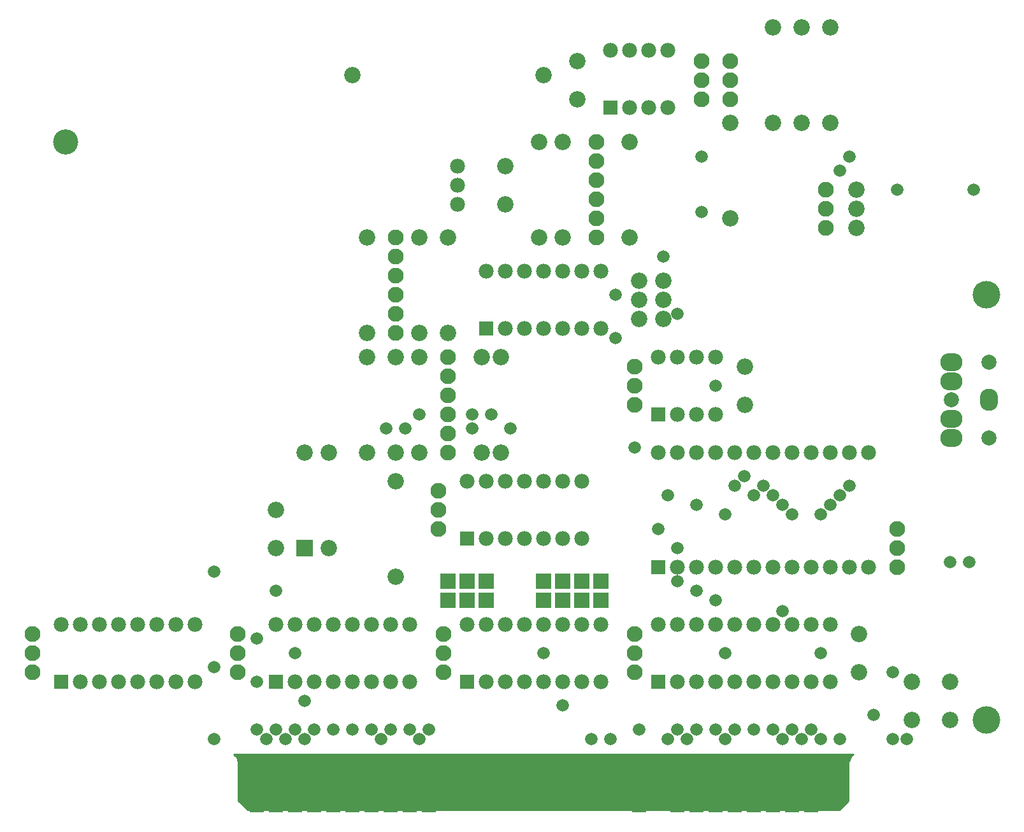
<source format=gts>
G04 #@! TF.FileFunction,Soldermask,Top*
%FSLAX46Y46*%
G04 Gerber Fmt 4.6, Leading zero omitted, Abs format (unit mm)*
G04 Created by KiCad (PCBNEW 4.0.1-stable) date 22/07/2016 18:26:52*
%MOMM*%
G01*
G04 APERTURE LIST*
%ADD10C,0.100000*%
%ADD11O,2.940000X2.432000*%
%ADD12O,2.432000X2.940000*%
%ADD13C,2.000200*%
%ADD14C,2.000000*%
%ADD15R,1.974800X1.974800*%
%ADD16C,1.974800*%
%ADD17C,2.178000*%
%ADD18R,2.178000X2.178000*%
%ADD19R,2.127200X2.127200*%
%ADD20C,2.101800*%
%ADD21C,3.346400*%
%ADD22R,1.924000X7.258000*%
%ADD23C,3.676600*%
%ADD24C,1.670000*%
%ADD25C,0.254000*%
G04 APERTURE END LIST*
D10*
D11*
X195152000Y-77510000D03*
X195152000Y-82510000D03*
X195152000Y-85010000D03*
X195152000Y-75010000D03*
D12*
X200152000Y-80010000D03*
D13*
X195152000Y-80010000D03*
D14*
X200152000Y-75010000D03*
X200152000Y-85010000D03*
D15*
X156210000Y-102235000D03*
D16*
X158750000Y-102235000D03*
X161290000Y-102235000D03*
X163830000Y-102235000D03*
X166370000Y-102235000D03*
X168910000Y-102235000D03*
X171450000Y-102235000D03*
X173990000Y-102235000D03*
X184150000Y-86995000D03*
X181610000Y-86995000D03*
X179070000Y-86995000D03*
X176530000Y-86995000D03*
X173990000Y-86995000D03*
X171450000Y-86995000D03*
X168910000Y-86995000D03*
X166370000Y-86995000D03*
X176530000Y-102235000D03*
X179070000Y-102235000D03*
X181610000Y-102235000D03*
X184150000Y-102235000D03*
X163830000Y-86995000D03*
X161290000Y-86995000D03*
X158750000Y-86995000D03*
X156210000Y-86995000D03*
D17*
X156845000Y-66675000D03*
X156845000Y-64135000D03*
X156845000Y-69215000D03*
X153670000Y-66675000D03*
X153670000Y-64135000D03*
X153670000Y-69215000D03*
D18*
X109220000Y-99695000D03*
D17*
X109220000Y-86995000D03*
D19*
X128270000Y-106680000D03*
X128270000Y-104140000D03*
X130810000Y-106680000D03*
X130810000Y-104140000D03*
X133350000Y-106680000D03*
X133350000Y-104140000D03*
X140970000Y-106680000D03*
X140970000Y-104140000D03*
X143510000Y-106680000D03*
X143510000Y-104140000D03*
X146050000Y-106680000D03*
X146050000Y-104140000D03*
X148590000Y-106680000D03*
X148590000Y-104140000D03*
D16*
X129540000Y-48895000D03*
X129540000Y-51435000D03*
X129540000Y-53975000D03*
D17*
X121285000Y-90805000D03*
X121285000Y-103505000D03*
X117475000Y-74295000D03*
X117475000Y-86995000D03*
X121285000Y-74295000D03*
X121285000Y-86995000D03*
X135255000Y-74295000D03*
X135255000Y-86995000D03*
X132715000Y-74295000D03*
X132715000Y-86995000D03*
X124460000Y-74295000D03*
X124460000Y-86995000D03*
X128270000Y-58420000D03*
X128270000Y-71120000D03*
X117475000Y-71120000D03*
X117475000Y-58420000D03*
X124460000Y-58420000D03*
X124460000Y-71120000D03*
X140335000Y-45720000D03*
X140335000Y-58420000D03*
X143510000Y-45720000D03*
X143510000Y-58420000D03*
X112395000Y-86995000D03*
X112395000Y-99695000D03*
X152400000Y-45720000D03*
X152400000Y-58420000D03*
X182562500Y-57150000D03*
X182562500Y-54610000D03*
X182562500Y-52070000D03*
X165735000Y-43180000D03*
X165735000Y-55880000D03*
X171450000Y-30480000D03*
X171450000Y-43180000D03*
X175260000Y-43180000D03*
X175260000Y-30480000D03*
X179070000Y-43180000D03*
X179070000Y-30480000D03*
D15*
X76835000Y-117475000D03*
D16*
X79375000Y-117475000D03*
X81915000Y-117475000D03*
X84455000Y-117475000D03*
X86995000Y-117475000D03*
X89535000Y-117475000D03*
X92075000Y-117475000D03*
X94615000Y-117475000D03*
X94615000Y-109855000D03*
X92075000Y-109855000D03*
X89535000Y-109855000D03*
X86995000Y-109855000D03*
X84455000Y-109855000D03*
X81915000Y-109855000D03*
X79375000Y-109855000D03*
X76835000Y-109855000D03*
D15*
X105410000Y-117475000D03*
D16*
X107950000Y-117475000D03*
X110490000Y-117475000D03*
X113030000Y-117475000D03*
X115570000Y-117475000D03*
X118110000Y-117475000D03*
X120650000Y-117475000D03*
X123190000Y-117475000D03*
X123190000Y-109855000D03*
X120650000Y-109855000D03*
X118110000Y-109855000D03*
X115570000Y-109855000D03*
X113030000Y-109855000D03*
X110490000Y-109855000D03*
X107950000Y-109855000D03*
X105410000Y-109855000D03*
D15*
X130810000Y-117475000D03*
D16*
X133350000Y-117475000D03*
X135890000Y-117475000D03*
X138430000Y-117475000D03*
X140970000Y-117475000D03*
X143510000Y-117475000D03*
X146050000Y-117475000D03*
X148590000Y-117475000D03*
X148590000Y-109855000D03*
X146050000Y-109855000D03*
X143510000Y-109855000D03*
X140970000Y-109855000D03*
X138430000Y-109855000D03*
X135890000Y-109855000D03*
X133350000Y-109855000D03*
X130810000Y-109855000D03*
D15*
X156210000Y-117475000D03*
D16*
X158750000Y-117475000D03*
X161290000Y-117475000D03*
X163830000Y-117475000D03*
X166370000Y-117475000D03*
X168910000Y-117475000D03*
X171450000Y-117475000D03*
X173990000Y-117475000D03*
X173990000Y-109855000D03*
X171450000Y-109855000D03*
X168910000Y-109855000D03*
X166370000Y-109855000D03*
X163830000Y-109855000D03*
X161290000Y-109855000D03*
X158750000Y-109855000D03*
X156210000Y-109855000D03*
X176530000Y-117475000D03*
X179070000Y-117475000D03*
X179070000Y-109855000D03*
X176530000Y-109855000D03*
D15*
X130810000Y-98425000D03*
D16*
X133350000Y-98425000D03*
X135890000Y-98425000D03*
X138430000Y-98425000D03*
X140970000Y-98425000D03*
X143510000Y-98425000D03*
X146050000Y-98425000D03*
X146050000Y-90805000D03*
X143510000Y-90805000D03*
X140970000Y-90805000D03*
X138430000Y-90805000D03*
X135890000Y-90805000D03*
X133350000Y-90805000D03*
X130810000Y-90805000D03*
D15*
X156210000Y-81915000D03*
D16*
X158750000Y-81915000D03*
X161290000Y-81915000D03*
X163830000Y-81915000D03*
X163830000Y-74295000D03*
X161290000Y-74295000D03*
X158750000Y-74295000D03*
X156210000Y-74295000D03*
D15*
X133350000Y-70485000D03*
D16*
X135890000Y-70485000D03*
X138430000Y-70485000D03*
X140970000Y-70485000D03*
X143510000Y-70485000D03*
X146050000Y-70485000D03*
X148590000Y-70485000D03*
X148590000Y-62865000D03*
X146050000Y-62865000D03*
X143510000Y-62865000D03*
X140970000Y-62865000D03*
X138430000Y-62865000D03*
X135890000Y-62865000D03*
X133350000Y-62865000D03*
D15*
X149860000Y-41148000D03*
D16*
X152400000Y-41148000D03*
X154940000Y-41148000D03*
X157480000Y-41148000D03*
X157480000Y-33528000D03*
X154940000Y-33528000D03*
X152400000Y-33528000D03*
X149860000Y-33528000D03*
D17*
X140970000Y-36830000D03*
X115570000Y-36830000D03*
D20*
X127635000Y-113665000D03*
X127635000Y-111125000D03*
X127635000Y-116205000D03*
X153035000Y-78105000D03*
X153035000Y-75565000D03*
X153035000Y-80645000D03*
X153035000Y-113665000D03*
X153035000Y-111125000D03*
X153035000Y-116205000D03*
X100330000Y-113665000D03*
X100330000Y-111125000D03*
X100330000Y-116205000D03*
X73025000Y-113665000D03*
X73025000Y-111125000D03*
X73025000Y-116205000D03*
X127000000Y-94615000D03*
X127000000Y-92075000D03*
X127000000Y-97155000D03*
X187960000Y-99695000D03*
X187960000Y-97155000D03*
X187960000Y-102235000D03*
X128270000Y-84455000D03*
X128270000Y-81915000D03*
X128270000Y-86995000D03*
X128270000Y-76835000D03*
X128270000Y-74295000D03*
X128270000Y-79375000D03*
X121285000Y-68580000D03*
X121285000Y-66040000D03*
X121285000Y-71120000D03*
X121285000Y-60960000D03*
X121285000Y-58420000D03*
X121285000Y-63500000D03*
X147955000Y-55880000D03*
X147955000Y-53340000D03*
X147955000Y-58420000D03*
X147955000Y-48260000D03*
X147955000Y-45720000D03*
X147955000Y-50800000D03*
X161925000Y-37465000D03*
X161925000Y-34925000D03*
X161925000Y-40005000D03*
X165735000Y-37465000D03*
X165735000Y-34925000D03*
X165735000Y-40005000D03*
X178435000Y-54610000D03*
X178435000Y-52070000D03*
X178435000Y-57150000D03*
D17*
X182880000Y-111125000D03*
X182880000Y-116205000D03*
X189865000Y-117475000D03*
X189865000Y-122555000D03*
X194945000Y-117475000D03*
X194945000Y-122555000D03*
X105410000Y-94615000D03*
X105410000Y-99695000D03*
X167703500Y-75565000D03*
X167703500Y-80645000D03*
X135890000Y-48895000D03*
X135890000Y-53975000D03*
X145415000Y-34925000D03*
X145415000Y-40005000D03*
D21*
X77470000Y-45720000D03*
D22*
X176530000Y-131191000D03*
X173990000Y-131191000D03*
X171450000Y-131191000D03*
X168910000Y-131191000D03*
X166370000Y-131191000D03*
X163830000Y-131191000D03*
X161290000Y-131191000D03*
X158750000Y-131191000D03*
X153670000Y-131191000D03*
X125730000Y-131191000D03*
X123190000Y-131191000D03*
X120650000Y-131191000D03*
X118110000Y-131191000D03*
X115570000Y-131191000D03*
X113030000Y-131191000D03*
X110490000Y-131191000D03*
X107950000Y-131191000D03*
X105410000Y-131191000D03*
X102870000Y-131191000D03*
D23*
X199771000Y-66040000D03*
X199771000Y-122555000D03*
D24*
X97155000Y-102870000D03*
X97155000Y-115570000D03*
X97155000Y-125095000D03*
X104140000Y-125095000D03*
X157480000Y-125095000D03*
X189230000Y-125095000D03*
X187325000Y-125095000D03*
X187325000Y-116205000D03*
X180340000Y-125095000D03*
X156210000Y-97155000D03*
X109220000Y-125095000D03*
X109220000Y-120015000D03*
X184785000Y-121920000D03*
X175260000Y-125095000D03*
X153035000Y-86360000D03*
X102870000Y-111760000D03*
X102870000Y-117475000D03*
X158750000Y-68580000D03*
X161925000Y-47625000D03*
X161925000Y-54991000D03*
X156845000Y-60960000D03*
X160020000Y-125095000D03*
X197485000Y-101600000D03*
X165100000Y-125095000D03*
X194945000Y-101600000D03*
X124460000Y-81915000D03*
X131445000Y-81915000D03*
X133985000Y-81915000D03*
X119380000Y-125095000D03*
X124460000Y-125095000D03*
X172720000Y-108077000D03*
X172720000Y-125095000D03*
X158750000Y-104140000D03*
X158750000Y-99695000D03*
X180340000Y-49530000D03*
X187960000Y-52070000D03*
X181610000Y-47625000D03*
X198120000Y-52070000D03*
X106680000Y-125095000D03*
X105410000Y-123825000D03*
X107950000Y-123825000D03*
X115570000Y-123825000D03*
X118110000Y-123825000D03*
X110490000Y-123825000D03*
X140970000Y-113665000D03*
X107950000Y-113665000D03*
X113030000Y-123825000D03*
X120650000Y-123825000D03*
X123190000Y-123825000D03*
X153670000Y-123825000D03*
X143510000Y-120650000D03*
X125730000Y-123825000D03*
X157480000Y-92710000D03*
X168910000Y-92710000D03*
X158750000Y-123825000D03*
X161290000Y-123825000D03*
X163830000Y-123825000D03*
X166370000Y-123825000D03*
X168910000Y-123825000D03*
X171450000Y-123825000D03*
X173990000Y-123825000D03*
X172720000Y-93980000D03*
X179070000Y-93980000D03*
X170180000Y-91440000D03*
X181610000Y-91440000D03*
X167640000Y-90170000D03*
X163830000Y-106680000D03*
X161290000Y-105410000D03*
X176530000Y-123825000D03*
X180340000Y-92710000D03*
X171450000Y-92710000D03*
X177800000Y-95250000D03*
X173990000Y-95250000D03*
X147320000Y-125095000D03*
X149860000Y-125095000D03*
X166370000Y-91440000D03*
X161290000Y-93980000D03*
X165100000Y-95250000D03*
X165100000Y-113665000D03*
X177800000Y-113665000D03*
X177800000Y-125095000D03*
X105410000Y-105410000D03*
X102870000Y-123825000D03*
X163830000Y-78105000D03*
X150495000Y-71755000D03*
X150495000Y-66040000D03*
X120015000Y-83820000D03*
X122555000Y-83820000D03*
X131445000Y-83820000D03*
X136525000Y-83820000D03*
D25*
G36*
X181767439Y-127406400D02*
X181725722Y-127460833D01*
X181471722Y-128095833D01*
X181462639Y-128143000D01*
X181462639Y-133297394D01*
X180267033Y-134493000D01*
X101632245Y-134493000D01*
X100436639Y-133297394D01*
X100436639Y-128270000D01*
X100432847Y-128239198D01*
X100305847Y-127731198D01*
X100288309Y-127691553D01*
X100034309Y-127310553D01*
X99999086Y-127275330D01*
X99776591Y-127127000D01*
X182139972Y-127127000D01*
X181767439Y-127406400D01*
X181767439Y-127406400D01*
G37*
X181767439Y-127406400D02*
X181725722Y-127460833D01*
X181471722Y-128095833D01*
X181462639Y-128143000D01*
X181462639Y-133297394D01*
X180267033Y-134493000D01*
X101632245Y-134493000D01*
X100436639Y-133297394D01*
X100436639Y-128270000D01*
X100432847Y-128239198D01*
X100305847Y-127731198D01*
X100288309Y-127691553D01*
X100034309Y-127310553D01*
X99999086Y-127275330D01*
X99776591Y-127127000D01*
X182139972Y-127127000D01*
X181767439Y-127406400D01*
M02*

</source>
